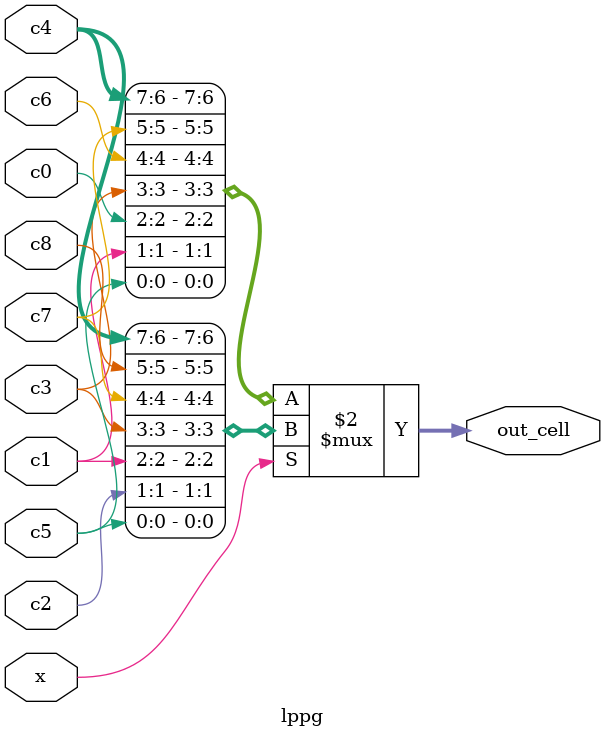
<source format=v>
/*
 * lattice gas autmaton propagation module
 */
module lppg
  (
   input [7:0] c0,
   input [7:0] c1,
   input [7:0] c2,
   input [7:0] c3,
   input [7:0] c4,
   input [7:0] c5,
   input [7:0] c6,
   input [7:0] c7,
   input [7:0] c8,
   input 	x,
   output [7:0] out_cell
   );

   assign out_cell = ( x == 1 ) ?
		     { c4[7], c4[6], c8[5], c7[4], c3[3], c1[2], c2[1], c5[0] }:  // odd
		     { c4[7], c4[6], c7[5], c6[4], c3[3], c0[2], c1[1], c5[0] };  // even
endmodule

</source>
